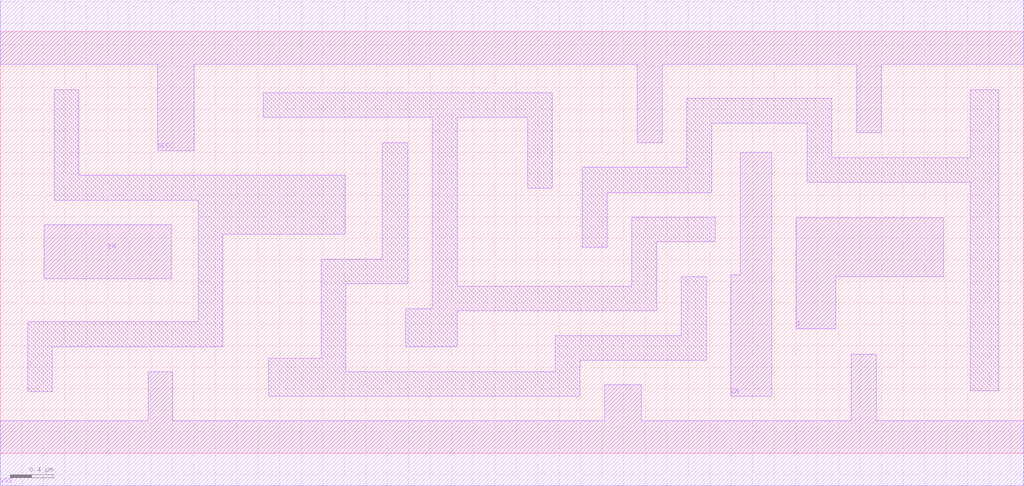
<source format=lef>
# Copyright 2022 GlobalFoundries PDK Authors
#
# Licensed under the Apache License, Version 2.0 (the "License");
# you may not use this file except in compliance with the License.
# You may obtain a copy of the License at
#
#      http://www.apache.org/licenses/LICENSE-2.0
#
# Unless required by applicable law or agreed to in writing, software
# distributed under the License is distributed on an "AS IS" BASIS,
# WITHOUT WARRANTIES OR CONDITIONS OF ANY KIND, either express or implied.
# See the License for the specific language governing permissions and
# limitations under the License.

MACRO gf180mcu_fd_sc_mcu7t5v0__invz_2
  CLASS core ;
  FOREIGN gf180mcu_fd_sc_mcu7t5v0__invz_2 0.0 0.0 ;
  ORIGIN 0 0 ;
  SYMMETRY X Y ;
  SITE GF018hv5v_mcu_sc7 ;
  SIZE 9.52 BY 3.92 ;
  PIN EN
    DIRECTION INPUT ;
    ANTENNAGATEAREA 2.079 ;
    PORT
      LAYER Metal1 ;
        POLYGON 0.41 1.625 1.59 1.625 1.59 2.125 0.41 2.125  ;
    END
  END EN
  PIN I
    DIRECTION INPUT ;
    ANTENNAGATEAREA 1.082 ;
    PORT
      LAYER Metal1 ;
        POLYGON 7.405 1.16 7.77 1.16 7.77 1.64 8.775 1.64 8.775 2.19 7.405 2.19  ;
    END
  END I
  PIN ZN
    DIRECTION OUTPUT ;
    ANTENNADIFFAREA 1.04 ;
    PORT
      LAYER Metal1 ;
        POLYGON 6.795 0.53 7.175 0.53 7.175 2.8 6.88 2.8 6.88 1.66 6.795 1.66  ;
    END
  END ZN
  PIN VDD
    DIRECTION INOUT ;
    USE power ;
    SHAPE ABUTMENT ;
    PORT
      LAYER Metal1 ;
        POLYGON 0 3.62 1.465 3.62 1.465 2.815 1.805 2.815 1.805 3.62 5.925 3.62 5.925 2.89 6.155 2.89 6.155 3.62 7.965 3.62 7.965 2.98 8.195 2.98 8.195 3.62 9.285 3.62 9.52 3.62 9.52 4.22 9.285 4.22 0 4.22  ;
    END
  END VDD
  PIN VSS
    DIRECTION INOUT ;
    USE ground ;
    SHAPE ABUTMENT ;
    PORT
      LAYER Metal1 ;
        POLYGON 0 -0.3 9.52 -0.3 9.52 0.3 8.145 0.3 8.145 0.92 7.915 0.92 7.915 0.3 5.96 0.3 5.96 0.635 5.62 0.635 5.62 0.3 1.605 0.3 1.605 0.76 1.375 0.76 1.375 0.3 0 0.3  ;
    END
  END VSS
  OBS
      LAYER Metal1 ;
        POLYGON 0.5 2.355 1.84 2.355 1.84 1.225 0.255 1.225 0.255 0.57 0.485 0.57 0.485 0.99 2.07 0.99 2.07 2.035 3.21 2.035 3.21 2.585 0.73 2.585 0.73 3.38 0.5 3.38  ;
        POLYGON 2.495 0.53 5.39 0.53 5.39 0.865 6.565 0.865 6.565 1.64 6.335 1.64 6.335 1.095 5.16 1.095 5.16 0.76 3.215 0.76 3.215 1.575 3.79 1.575 3.79 2.89 3.555 2.89 3.555 1.805 2.985 1.805 2.985 0.885 2.495 0.885  ;
        POLYGON 2.445 3.125 4.02 3.125 4.02 1.345 3.77 1.345 3.77 0.99 4.25 0.99 4.25 1.325 6.105 1.325 6.105 1.965 6.65 1.965 6.65 2.195 5.875 2.195 5.875 1.555 4.25 1.555 4.25 3.125 4.905 3.125 4.905 2.465 5.135 2.465 5.135 3.355 2.445 3.355  ;
        POLYGON 5.415 1.915 5.645 1.915 5.645 2.425 6.615 2.425 6.615 3.07 7.505 3.07 7.505 2.52 9.02 2.52 9.02 0.58 9.285 0.58 9.285 3.38 9.02 3.38 9.02 2.75 7.735 2.75 7.735 3.3 6.385 3.3 6.385 2.66 5.415 2.66  ;
  END
END gf180mcu_fd_sc_mcu7t5v0__invz_2

</source>
